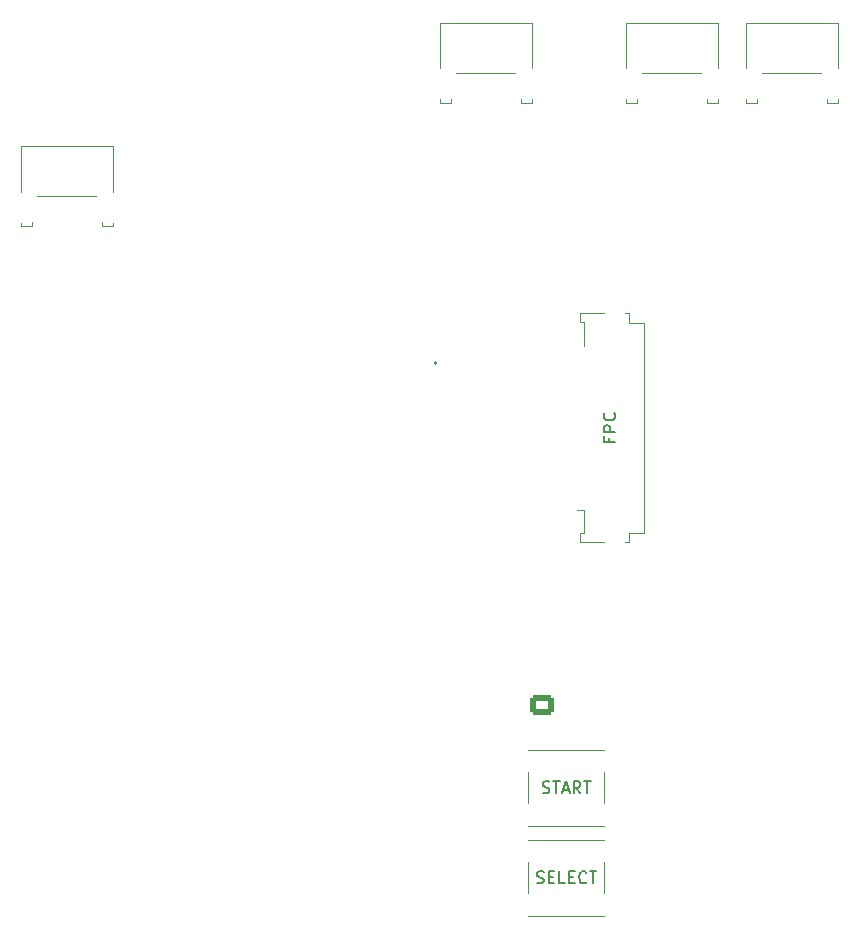
<source format=gto>
%TF.GenerationSoftware,KiCad,Pcbnew,7.0.2-0*%
%TF.CreationDate,2025-01-26T18:27:29-07:00*%
%TF.ProjectId,LeftMB,4c656674-4d42-42e6-9b69-6361645f7063,rev?*%
%TF.SameCoordinates,Original*%
%TF.FileFunction,Legend,Top*%
%TF.FilePolarity,Positive*%
%FSLAX46Y46*%
G04 Gerber Fmt 4.6, Leading zero omitted, Abs format (unit mm)*
G04 Created by KiCad (PCBNEW 7.0.2-0) date 2025-01-26 18:27:29*
%MOMM*%
%LPD*%
G01*
G04 APERTURE LIST*
G04 Aperture macros list*
%AMRoundRect*
0 Rectangle with rounded corners*
0 $1 Rounding radius*
0 $2 $3 $4 $5 $6 $7 $8 $9 X,Y pos of 4 corners*
0 Add a 4 corners polygon primitive as box body*
4,1,4,$2,$3,$4,$5,$6,$7,$8,$9,$2,$3,0*
0 Add four circle primitives for the rounded corners*
1,1,$1+$1,$2,$3*
1,1,$1+$1,$4,$5*
1,1,$1+$1,$6,$7*
1,1,$1+$1,$8,$9*
0 Add four rect primitives between the rounded corners*
20,1,$1+$1,$2,$3,$4,$5,0*
20,1,$1+$1,$4,$5,$6,$7,0*
20,1,$1+$1,$6,$7,$8,$9,0*
20,1,$1+$1,$8,$9,$2,$3,0*%
G04 Aperture macros list end*
%ADD10C,0.150000*%
%ADD11C,0.200000*%
%ADD12C,0.120000*%
%ADD13C,0.010000*%
%ADD14C,2.200000*%
%ADD15C,1.700000*%
%ADD16C,1.524000*%
%ADD17R,1.550000X1.300000*%
%ADD18R,1.000000X0.400000*%
%ADD19R,1.300000X2.000000*%
%ADD20RoundRect,0.250000X0.750000X-0.600000X0.750000X0.600000X-0.750000X0.600000X-0.750000X-0.600000X0*%
%ADD21O,2.000000X1.700000*%
%ADD22C,0.650000*%
%ADD23O,1.000000X1.800000*%
%ADD24O,1.000000X2.100000*%
G04 APERTURE END LIST*
D10*
%TO.C,START*%
X97313809Y-117255000D02*
X97456666Y-117302619D01*
X97456666Y-117302619D02*
X97694761Y-117302619D01*
X97694761Y-117302619D02*
X97789999Y-117255000D01*
X97789999Y-117255000D02*
X97837618Y-117207380D01*
X97837618Y-117207380D02*
X97885237Y-117112142D01*
X97885237Y-117112142D02*
X97885237Y-117016904D01*
X97885237Y-117016904D02*
X97837618Y-116921666D01*
X97837618Y-116921666D02*
X97789999Y-116874047D01*
X97789999Y-116874047D02*
X97694761Y-116826428D01*
X97694761Y-116826428D02*
X97504285Y-116778809D01*
X97504285Y-116778809D02*
X97409047Y-116731190D01*
X97409047Y-116731190D02*
X97361428Y-116683571D01*
X97361428Y-116683571D02*
X97313809Y-116588333D01*
X97313809Y-116588333D02*
X97313809Y-116493095D01*
X97313809Y-116493095D02*
X97361428Y-116397857D01*
X97361428Y-116397857D02*
X97409047Y-116350238D01*
X97409047Y-116350238D02*
X97504285Y-116302619D01*
X97504285Y-116302619D02*
X97742380Y-116302619D01*
X97742380Y-116302619D02*
X97885237Y-116350238D01*
X98170952Y-116302619D02*
X98742380Y-116302619D01*
X98456666Y-117302619D02*
X98456666Y-116302619D01*
X99028095Y-117016904D02*
X99504285Y-117016904D01*
X98932857Y-117302619D02*
X99266190Y-116302619D01*
X99266190Y-116302619D02*
X99599523Y-117302619D01*
X100504285Y-117302619D02*
X100170952Y-116826428D01*
X99932857Y-117302619D02*
X99932857Y-116302619D01*
X99932857Y-116302619D02*
X100313809Y-116302619D01*
X100313809Y-116302619D02*
X100409047Y-116350238D01*
X100409047Y-116350238D02*
X100456666Y-116397857D01*
X100456666Y-116397857D02*
X100504285Y-116493095D01*
X100504285Y-116493095D02*
X100504285Y-116635952D01*
X100504285Y-116635952D02*
X100456666Y-116731190D01*
X100456666Y-116731190D02*
X100409047Y-116778809D01*
X100409047Y-116778809D02*
X100313809Y-116826428D01*
X100313809Y-116826428D02*
X99932857Y-116826428D01*
X100790000Y-116302619D02*
X101361428Y-116302619D01*
X101075714Y-117302619D02*
X101075714Y-116302619D01*
%TO.C,SELECT*%
X96813809Y-124875000D02*
X96956666Y-124922619D01*
X96956666Y-124922619D02*
X97194761Y-124922619D01*
X97194761Y-124922619D02*
X97289999Y-124875000D01*
X97289999Y-124875000D02*
X97337618Y-124827380D01*
X97337618Y-124827380D02*
X97385237Y-124732142D01*
X97385237Y-124732142D02*
X97385237Y-124636904D01*
X97385237Y-124636904D02*
X97337618Y-124541666D01*
X97337618Y-124541666D02*
X97289999Y-124494047D01*
X97289999Y-124494047D02*
X97194761Y-124446428D01*
X97194761Y-124446428D02*
X97004285Y-124398809D01*
X97004285Y-124398809D02*
X96909047Y-124351190D01*
X96909047Y-124351190D02*
X96861428Y-124303571D01*
X96861428Y-124303571D02*
X96813809Y-124208333D01*
X96813809Y-124208333D02*
X96813809Y-124113095D01*
X96813809Y-124113095D02*
X96861428Y-124017857D01*
X96861428Y-124017857D02*
X96909047Y-123970238D01*
X96909047Y-123970238D02*
X97004285Y-123922619D01*
X97004285Y-123922619D02*
X97242380Y-123922619D01*
X97242380Y-123922619D02*
X97385237Y-123970238D01*
X97813809Y-124398809D02*
X98147142Y-124398809D01*
X98289999Y-124922619D02*
X97813809Y-124922619D01*
X97813809Y-124922619D02*
X97813809Y-123922619D01*
X97813809Y-123922619D02*
X98289999Y-123922619D01*
X99194761Y-124922619D02*
X98718571Y-124922619D01*
X98718571Y-124922619D02*
X98718571Y-123922619D01*
X99528095Y-124398809D02*
X99861428Y-124398809D01*
X100004285Y-124922619D02*
X99528095Y-124922619D01*
X99528095Y-124922619D02*
X99528095Y-123922619D01*
X99528095Y-123922619D02*
X100004285Y-123922619D01*
X101004285Y-124827380D02*
X100956666Y-124875000D01*
X100956666Y-124875000D02*
X100813809Y-124922619D01*
X100813809Y-124922619D02*
X100718571Y-124922619D01*
X100718571Y-124922619D02*
X100575714Y-124875000D01*
X100575714Y-124875000D02*
X100480476Y-124779761D01*
X100480476Y-124779761D02*
X100432857Y-124684523D01*
X100432857Y-124684523D02*
X100385238Y-124494047D01*
X100385238Y-124494047D02*
X100385238Y-124351190D01*
X100385238Y-124351190D02*
X100432857Y-124160714D01*
X100432857Y-124160714D02*
X100480476Y-124065476D01*
X100480476Y-124065476D02*
X100575714Y-123970238D01*
X100575714Y-123970238D02*
X100718571Y-123922619D01*
X100718571Y-123922619D02*
X100813809Y-123922619D01*
X100813809Y-123922619D02*
X100956666Y-123970238D01*
X100956666Y-123970238D02*
X101004285Y-124017857D01*
X101290000Y-123922619D02*
X101861428Y-123922619D01*
X101575714Y-124922619D02*
X101575714Y-123922619D01*
%TO.C,FPC*%
X102935809Y-87217142D02*
X102935809Y-87550475D01*
X103459619Y-87550475D02*
X102459619Y-87550475D01*
X102459619Y-87550475D02*
X102459619Y-87074285D01*
X103459619Y-86693332D02*
X102459619Y-86693332D01*
X102459619Y-86693332D02*
X102459619Y-86312380D01*
X102459619Y-86312380D02*
X102507238Y-86217142D01*
X102507238Y-86217142D02*
X102554857Y-86169523D01*
X102554857Y-86169523D02*
X102650095Y-86121904D01*
X102650095Y-86121904D02*
X102792952Y-86121904D01*
X102792952Y-86121904D02*
X102888190Y-86169523D01*
X102888190Y-86169523D02*
X102935809Y-86217142D01*
X102935809Y-86217142D02*
X102983428Y-86312380D01*
X102983428Y-86312380D02*
X102983428Y-86693332D01*
X103364380Y-85121904D02*
X103412000Y-85169523D01*
X103412000Y-85169523D02*
X103459619Y-85312380D01*
X103459619Y-85312380D02*
X103459619Y-85407618D01*
X103459619Y-85407618D02*
X103412000Y-85550475D01*
X103412000Y-85550475D02*
X103316761Y-85645713D01*
X103316761Y-85645713D02*
X103221523Y-85693332D01*
X103221523Y-85693332D02*
X103031047Y-85740951D01*
X103031047Y-85740951D02*
X102888190Y-85740951D01*
X102888190Y-85740951D02*
X102697714Y-85693332D01*
X102697714Y-85693332D02*
X102602476Y-85645713D01*
X102602476Y-85645713D02*
X102507238Y-85550475D01*
X102507238Y-85550475D02*
X102459619Y-85407618D01*
X102459619Y-85407618D02*
X102459619Y-85312380D01*
X102459619Y-85312380D02*
X102507238Y-85169523D01*
X102507238Y-85169523D02*
X102554857Y-85121904D01*
%TO.C,ADS1115*%
D11*
X88331000Y-80873000D02*
G75*
G03*
X88331000Y-80873000I-100000J0D01*
G01*
D12*
%TO.C,REF\u002A\u002A*%
X88622000Y-52067000D02*
X88622000Y-55917000D01*
X88622000Y-58557000D02*
X88622000Y-58857000D01*
X89512000Y-58857000D02*
X88622000Y-58857000D01*
X89512000Y-58857000D02*
X89512000Y-58507000D01*
X90002000Y-56307000D02*
X94982000Y-56307000D01*
X95472000Y-58857000D02*
X95472000Y-58507000D01*
X96362000Y-52067000D02*
X88622000Y-52067000D01*
X96362000Y-55917000D02*
X96362000Y-52067000D01*
X96362000Y-58557000D02*
X96362000Y-58857000D01*
X96362000Y-58857000D02*
X95472000Y-58857000D01*
X104370000Y-52067000D02*
X104370000Y-55917000D01*
X104370000Y-58557000D02*
X104370000Y-58857000D01*
X105260000Y-58857000D02*
X104370000Y-58857000D01*
X105260000Y-58857000D02*
X105260000Y-58507000D01*
X105750000Y-56307000D02*
X110730000Y-56307000D01*
X111220000Y-58857000D02*
X111220000Y-58507000D01*
X112110000Y-52067000D02*
X104370000Y-52067000D01*
X112110000Y-55917000D02*
X112110000Y-52067000D01*
X112110000Y-58557000D02*
X112110000Y-58857000D01*
X112110000Y-58857000D02*
X111220000Y-58857000D01*
X53153000Y-62517000D02*
X53153000Y-66367000D01*
X53153000Y-69007000D02*
X53153000Y-69307000D01*
X54043000Y-69307000D02*
X53153000Y-69307000D01*
X54043000Y-69307000D02*
X54043000Y-68957000D01*
X54533000Y-66757000D02*
X59513000Y-66757000D01*
X60003000Y-69307000D02*
X60003000Y-68957000D01*
X60893000Y-62517000D02*
X53153000Y-62517000D01*
X60893000Y-66367000D02*
X60893000Y-62517000D01*
X60893000Y-69007000D02*
X60893000Y-69307000D01*
X60893000Y-69307000D02*
X60003000Y-69307000D01*
%TO.C,START*%
X96060000Y-113610000D02*
X102520000Y-113610000D01*
X96060000Y-113640000D02*
X96060000Y-113610000D01*
X96060000Y-115540000D02*
X96060000Y-118140000D01*
X96060000Y-120070000D02*
X96060000Y-120040000D01*
X96060000Y-120070000D02*
X102520000Y-120070000D01*
X102520000Y-113610000D02*
X102520000Y-113640000D01*
X102520000Y-115540000D02*
X102520000Y-118140000D01*
X102520000Y-120070000D02*
X102520000Y-120040000D01*
%TO.C,SELECT*%
X96060000Y-121230000D02*
X102520000Y-121230000D01*
X96060000Y-121260000D02*
X96060000Y-121230000D01*
X96060000Y-123160000D02*
X96060000Y-125760000D01*
X96060000Y-127690000D02*
X96060000Y-127660000D01*
X96060000Y-127690000D02*
X102520000Y-127690000D01*
X102520000Y-121230000D02*
X102520000Y-121260000D01*
X102520000Y-123160000D02*
X102520000Y-125760000D01*
X102520000Y-127690000D02*
X102520000Y-127660000D01*
%TO.C,REF\u002A\u002A*%
X114530000Y-52067000D02*
X114530000Y-55917000D01*
X114530000Y-58557000D02*
X114530000Y-58857000D01*
X115420000Y-58857000D02*
X114530000Y-58857000D01*
X115420000Y-58857000D02*
X115420000Y-58507000D01*
X115910000Y-56307000D02*
X120890000Y-56307000D01*
X121380000Y-58857000D02*
X121380000Y-58507000D01*
X122270000Y-52067000D02*
X114530000Y-52067000D01*
X122270000Y-55917000D02*
X122270000Y-52067000D01*
X122270000Y-58557000D02*
X122270000Y-58857000D01*
X122270000Y-58857000D02*
X121380000Y-58857000D01*
%TO.C,FPC*%
X100430000Y-96070000D02*
X102480000Y-96070000D01*
X104300000Y-96070000D02*
X104600000Y-96070000D01*
X104600000Y-96070000D02*
X104600000Y-95270000D01*
X100430000Y-95300000D02*
X100430000Y-96070000D01*
X100780000Y-95300000D02*
X100430000Y-95300000D01*
X104600000Y-95270000D02*
X105900000Y-95270000D01*
X105900000Y-95270000D02*
X105900000Y-77450000D01*
X100190000Y-93320000D02*
X100780000Y-93320000D01*
X100780000Y-93320000D02*
X100780000Y-95300000D01*
X104600000Y-77450000D02*
X104600000Y-76650000D01*
X105900000Y-77450000D02*
X104600000Y-77450000D01*
X100430000Y-77420000D02*
X100780000Y-77420000D01*
X100780000Y-77420000D02*
X100780000Y-79400000D01*
X100430000Y-76650000D02*
X100430000Y-77420000D01*
X102480000Y-76650000D02*
X100430000Y-76650000D01*
X104600000Y-76650000D02*
X104300000Y-76650000D01*
%TD*%
%LPC*%
%TO.C,ADS1115*%
D13*
X91881000Y-81123000D02*
X90783300Y-81123000D01*
X90783300Y-80721160D01*
X91881000Y-80721160D01*
X91881000Y-81123000D01*
G36*
X91881000Y-81123000D02*
G01*
X90783300Y-81123000D01*
X90783300Y-80721160D01*
X91881000Y-80721160D01*
X91881000Y-81123000D01*
G37*
X87781000Y-81123000D02*
X86678040Y-81123000D01*
X86678040Y-80721640D01*
X87781000Y-80721640D01*
X87781000Y-81123000D01*
G36*
X87781000Y-81123000D02*
G01*
X86678040Y-81123000D01*
X86678040Y-80721640D01*
X87781000Y-80721640D01*
X87781000Y-81123000D01*
G37*
X87781000Y-81623000D02*
X86676920Y-81623000D01*
X86676920Y-81221903D01*
X87781000Y-81221903D01*
X87781000Y-81623000D01*
G36*
X87781000Y-81623000D02*
G01*
X86676920Y-81623000D01*
X86676920Y-81221903D01*
X87781000Y-81221903D01*
X87781000Y-81623000D01*
G37*
X91881000Y-81623000D02*
X90781530Y-81623000D01*
X90781530Y-81222752D01*
X91881000Y-81222752D01*
X91881000Y-81623000D01*
G36*
X91881000Y-81623000D02*
G01*
X90781530Y-81623000D01*
X90781530Y-81222752D01*
X91881000Y-81222752D01*
X91881000Y-81623000D01*
G37*
X87781000Y-82123000D02*
X86677190Y-82123000D01*
X86677190Y-81722707D01*
X87781000Y-81722707D01*
X87781000Y-82123000D01*
G36*
X87781000Y-82123000D02*
G01*
X86677190Y-82123000D01*
X86677190Y-81722707D01*
X87781000Y-81722707D01*
X87781000Y-82123000D01*
G37*
X91881000Y-82123000D02*
X90782650Y-82123000D01*
X90782650Y-81722780D01*
X91881000Y-81722780D01*
X91881000Y-82123000D01*
G36*
X91881000Y-82123000D02*
G01*
X90782650Y-82123000D01*
X90782650Y-81722780D01*
X91881000Y-81722780D01*
X91881000Y-82123000D01*
G37*
X91881000Y-82623000D02*
X90781340Y-82623000D01*
X90781340Y-82223069D01*
X91881000Y-82223069D01*
X91881000Y-82623000D01*
G36*
X91881000Y-82623000D02*
G01*
X90781340Y-82623000D01*
X90781340Y-82223069D01*
X91881000Y-82223069D01*
X91881000Y-82623000D01*
G37*
X87781000Y-82623000D02*
X86677490Y-82623000D01*
X86677490Y-82223405D01*
X87781000Y-82223405D01*
X87781000Y-82623000D01*
G36*
X87781000Y-82623000D02*
G01*
X86677490Y-82623000D01*
X86677490Y-82223405D01*
X87781000Y-82223405D01*
X87781000Y-82623000D01*
G37*
X91881000Y-83123000D02*
X90781660Y-83123000D01*
X90781660Y-82723351D01*
X91881000Y-82723351D01*
X91881000Y-83123000D01*
G36*
X91881000Y-83123000D02*
G01*
X90781660Y-83123000D01*
X90781660Y-82723351D01*
X91881000Y-82723351D01*
X91881000Y-83123000D01*
G37*
X87781000Y-83123000D02*
X86679400Y-83123000D01*
X86679400Y-82723491D01*
X87781000Y-82723491D01*
X87781000Y-83123000D01*
G36*
X87781000Y-83123000D02*
G01*
X86679400Y-83123000D01*
X86679400Y-82723491D01*
X87781000Y-82723491D01*
X87781000Y-83123000D01*
G37*
%TD*%
D14*
%TO.C,REF\u002A\u002A*%
X88992000Y-57237000D03*
X95992000Y-57237000D03*
D15*
X90242000Y-54737000D03*
X94742000Y-54737000D03*
%TD*%
D14*
%TO.C,REF\u002A\u002A*%
X104740000Y-57237000D03*
X111740000Y-57237000D03*
D15*
X105990000Y-54737000D03*
X110490000Y-54737000D03*
%TD*%
D14*
%TO.C,REF\u002A\u002A*%
X53523000Y-67687000D03*
X60523000Y-67687000D03*
D15*
X54773000Y-65187000D03*
X59273000Y-65187000D03*
%TD*%
D16*
%TO.C,REF\u002A\u002A*%
X82564000Y-84170000D03*
X82564000Y-90170000D03*
X82564000Y-86170000D03*
X82564000Y-92170000D03*
X82564000Y-88170000D03*
X82564000Y-94170000D03*
%TD*%
D17*
%TO.C,START*%
X95315000Y-114590000D03*
X103265000Y-114590000D03*
X95315000Y-119090000D03*
X103265000Y-119090000D03*
%TD*%
%TO.C,SELECT*%
X95315000Y-122210000D03*
X103265000Y-122210000D03*
X95315000Y-126710000D03*
X103265000Y-126710000D03*
%TD*%
D14*
%TO.C,REF\u002A\u002A*%
X114900000Y-57237000D03*
X121900000Y-57237000D03*
D15*
X116150000Y-54737000D03*
X120650000Y-54737000D03*
%TD*%
D18*
%TO.C,FPC*%
X100690000Y-92860000D03*
X100690000Y-91860000D03*
X100690000Y-90860000D03*
X100690000Y-89860000D03*
X100690000Y-88860000D03*
X100690000Y-87860000D03*
X100690000Y-86860000D03*
X100690000Y-85860000D03*
X100690000Y-84860000D03*
X100690000Y-83860000D03*
X100690000Y-82860000D03*
X100690000Y-81860000D03*
X100690000Y-80860000D03*
X100690000Y-79860000D03*
D19*
X103390000Y-95660000D03*
X103390000Y-77060000D03*
%TD*%
D16*
%TO.C,B_Sav*%
X90805000Y-139700000D03*
X88265000Y-139700000D03*
X93345000Y-139700000D03*
X95885000Y-139700000D03*
%TD*%
%TO.C,Bat_Man*%
X92730000Y-106075000D03*
X85110000Y-106075000D03*
X87650000Y-106075000D03*
X80030000Y-106075000D03*
X82570000Y-106075000D03*
X90190000Y-106075000D03*
%TD*%
D20*
%TO.C,Battery*%
X97289500Y-109835000D03*
D21*
X97289500Y-107335000D03*
%TD*%
D22*
%TO.C,USB C*%
X105240000Y-135190000D03*
X99460000Y-135190000D03*
D23*
X106670000Y-138870000D03*
D24*
X106670000Y-134670000D03*
D23*
X98030000Y-138870000D03*
D24*
X98030000Y-134670000D03*
%TD*%
%LPD*%
M02*

</source>
